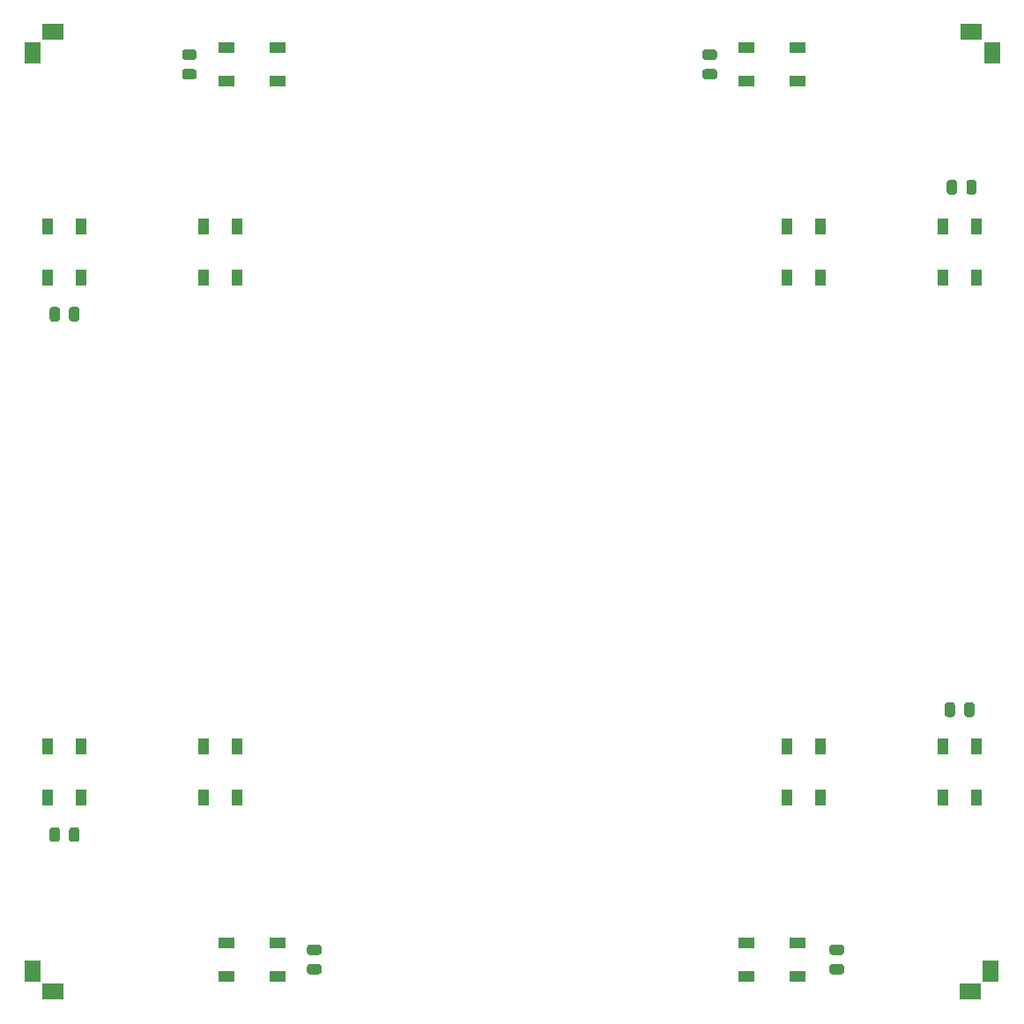
<source format=gbr>
%TF.GenerationSoftware,KiCad,Pcbnew,(5.1.6)-1*%
%TF.CreationDate,2020-10-21T23:40:19+01:00*%
%TF.ProjectId,nyantern,6e79616e-7465-4726-9e2e-6b696361645f,rev?*%
%TF.SameCoordinates,Original*%
%TF.FileFunction,Paste,Top*%
%TF.FilePolarity,Positive*%
%FSLAX46Y46*%
G04 Gerber Fmt 4.6, Leading zero omitted, Abs format (unit mm)*
G04 Created by KiCad (PCBNEW (5.1.6)-1) date 2020-10-21 23:40:19*
%MOMM*%
%LPD*%
G01*
G04 APERTURE LIST*
%ADD10R,1.500000X2.000000*%
%ADD11R,2.000000X1.500000*%
%ADD12R,1.000000X1.500000*%
%ADD13R,1.500000X1.000000*%
G04 APERTURE END LIST*
D10*
%TO.C,REF\u002A\u002A*%
X196000000Y-144100000D03*
%TD*%
D11*
%TO.C,REF\u002A\u002A*%
X194000000Y-146100000D03*
%TD*%
%TO.C,REF\u002A\u002A*%
X105900000Y-146100000D03*
%TD*%
D10*
%TO.C,REF\u002A\u002A*%
X103900000Y-144100000D03*
%TD*%
D11*
%TO.C,REF\u002A\u002A*%
X194100000Y-53900000D03*
%TD*%
D10*
%TO.C,REF\u002A\u002A*%
X196100000Y-55900000D03*
%TD*%
%TO.C,REF\u002A\u002A*%
X103900000Y-55900000D03*
%TD*%
D11*
%TO.C,REF\u002A\u002A*%
X105900000Y-53900000D03*
%TD*%
D12*
%TO.C,D8*%
X120400000Y-77450000D03*
X123600000Y-77450000D03*
X120400000Y-72550000D03*
X123600000Y-72550000D03*
%TD*%
%TO.C,D7*%
X120400000Y-127450000D03*
X123600000Y-127450000D03*
X120400000Y-122550000D03*
X123600000Y-122550000D03*
%TD*%
%TO.C,D4*%
X179600000Y-122550000D03*
X176400000Y-122550000D03*
X179600000Y-127450000D03*
X176400000Y-127450000D03*
%TD*%
%TO.C,D3*%
X179600000Y-72550000D03*
X176400000Y-72550000D03*
X179600000Y-77450000D03*
X176400000Y-77450000D03*
%TD*%
%TO.C,C8*%
G36*
G01*
X106550000Y-80543750D02*
X106550000Y-81456250D01*
G75*
G02*
X106306250Y-81700000I-243750J0D01*
G01*
X105818750Y-81700000D01*
G75*
G02*
X105575000Y-81456250I0J243750D01*
G01*
X105575000Y-80543750D01*
G75*
G02*
X105818750Y-80300000I243750J0D01*
G01*
X106306250Y-80300000D01*
G75*
G02*
X106550000Y-80543750I0J-243750D01*
G01*
G37*
G36*
G01*
X108425000Y-80543750D02*
X108425000Y-81456250D01*
G75*
G02*
X108181250Y-81700000I-243750J0D01*
G01*
X107693750Y-81700000D01*
G75*
G02*
X107450000Y-81456250I0J243750D01*
G01*
X107450000Y-80543750D01*
G75*
G02*
X107693750Y-80300000I243750J0D01*
G01*
X108181250Y-80300000D01*
G75*
G02*
X108425000Y-80543750I0J-243750D01*
G01*
G37*
%TD*%
%TO.C,C7*%
G36*
G01*
X106550000Y-130543750D02*
X106550000Y-131456250D01*
G75*
G02*
X106306250Y-131700000I-243750J0D01*
G01*
X105818750Y-131700000D01*
G75*
G02*
X105575000Y-131456250I0J243750D01*
G01*
X105575000Y-130543750D01*
G75*
G02*
X105818750Y-130300000I243750J0D01*
G01*
X106306250Y-130300000D01*
G75*
G02*
X106550000Y-130543750I0J-243750D01*
G01*
G37*
G36*
G01*
X108425000Y-130543750D02*
X108425000Y-131456250D01*
G75*
G02*
X108181250Y-131700000I-243750J0D01*
G01*
X107693750Y-131700000D01*
G75*
G02*
X107450000Y-131456250I0J243750D01*
G01*
X107450000Y-130543750D01*
G75*
G02*
X107693750Y-130300000I243750J0D01*
G01*
X108181250Y-130300000D01*
G75*
G02*
X108425000Y-130543750I0J-243750D01*
G01*
G37*
%TD*%
%TO.C,C6*%
G36*
G01*
X130543750Y-143450000D02*
X131456250Y-143450000D01*
G75*
G02*
X131700000Y-143693750I0J-243750D01*
G01*
X131700000Y-144181250D01*
G75*
G02*
X131456250Y-144425000I-243750J0D01*
G01*
X130543750Y-144425000D01*
G75*
G02*
X130300000Y-144181250I0J243750D01*
G01*
X130300000Y-143693750D01*
G75*
G02*
X130543750Y-143450000I243750J0D01*
G01*
G37*
G36*
G01*
X130543750Y-141575000D02*
X131456250Y-141575000D01*
G75*
G02*
X131700000Y-141818750I0J-243750D01*
G01*
X131700000Y-142306250D01*
G75*
G02*
X131456250Y-142550000I-243750J0D01*
G01*
X130543750Y-142550000D01*
G75*
G02*
X130300000Y-142306250I0J243750D01*
G01*
X130300000Y-141818750D01*
G75*
G02*
X130543750Y-141575000I243750J0D01*
G01*
G37*
%TD*%
%TO.C,C5*%
G36*
G01*
X180743750Y-143450000D02*
X181656250Y-143450000D01*
G75*
G02*
X181900000Y-143693750I0J-243750D01*
G01*
X181900000Y-144181250D01*
G75*
G02*
X181656250Y-144425000I-243750J0D01*
G01*
X180743750Y-144425000D01*
G75*
G02*
X180500000Y-144181250I0J243750D01*
G01*
X180500000Y-143693750D01*
G75*
G02*
X180743750Y-143450000I243750J0D01*
G01*
G37*
G36*
G01*
X180743750Y-141575000D02*
X181656250Y-141575000D01*
G75*
G02*
X181900000Y-141818750I0J-243750D01*
G01*
X181900000Y-142306250D01*
G75*
G02*
X181656250Y-142550000I-243750J0D01*
G01*
X180743750Y-142550000D01*
G75*
G02*
X180500000Y-142306250I0J243750D01*
G01*
X180500000Y-141818750D01*
G75*
G02*
X180743750Y-141575000I243750J0D01*
G01*
G37*
%TD*%
%TO.C,C4*%
G36*
G01*
X193450000Y-119456250D02*
X193450000Y-118543750D01*
G75*
G02*
X193693750Y-118300000I243750J0D01*
G01*
X194181250Y-118300000D01*
G75*
G02*
X194425000Y-118543750I0J-243750D01*
G01*
X194425000Y-119456250D01*
G75*
G02*
X194181250Y-119700000I-243750J0D01*
G01*
X193693750Y-119700000D01*
G75*
G02*
X193450000Y-119456250I0J243750D01*
G01*
G37*
G36*
G01*
X191575000Y-119456250D02*
X191575000Y-118543750D01*
G75*
G02*
X191818750Y-118300000I243750J0D01*
G01*
X192306250Y-118300000D01*
G75*
G02*
X192550000Y-118543750I0J-243750D01*
G01*
X192550000Y-119456250D01*
G75*
G02*
X192306250Y-119700000I-243750J0D01*
G01*
X191818750Y-119700000D01*
G75*
G02*
X191575000Y-119456250I0J243750D01*
G01*
G37*
%TD*%
%TO.C,C3*%
G36*
G01*
X193650000Y-69256250D02*
X193650000Y-68343750D01*
G75*
G02*
X193893750Y-68100000I243750J0D01*
G01*
X194381250Y-68100000D01*
G75*
G02*
X194625000Y-68343750I0J-243750D01*
G01*
X194625000Y-69256250D01*
G75*
G02*
X194381250Y-69500000I-243750J0D01*
G01*
X193893750Y-69500000D01*
G75*
G02*
X193650000Y-69256250I0J243750D01*
G01*
G37*
G36*
G01*
X191775000Y-69256250D02*
X191775000Y-68343750D01*
G75*
G02*
X192018750Y-68100000I243750J0D01*
G01*
X192506250Y-68100000D01*
G75*
G02*
X192750000Y-68343750I0J-243750D01*
G01*
X192750000Y-69256250D01*
G75*
G02*
X192506250Y-69500000I-243750J0D01*
G01*
X192018750Y-69500000D01*
G75*
G02*
X191775000Y-69256250I0J243750D01*
G01*
G37*
%TD*%
%TO.C,C2*%
G36*
G01*
X169456250Y-56550000D02*
X168543750Y-56550000D01*
G75*
G02*
X168300000Y-56306250I0J243750D01*
G01*
X168300000Y-55818750D01*
G75*
G02*
X168543750Y-55575000I243750J0D01*
G01*
X169456250Y-55575000D01*
G75*
G02*
X169700000Y-55818750I0J-243750D01*
G01*
X169700000Y-56306250D01*
G75*
G02*
X169456250Y-56550000I-243750J0D01*
G01*
G37*
G36*
G01*
X169456250Y-58425000D02*
X168543750Y-58425000D01*
G75*
G02*
X168300000Y-58181250I0J243750D01*
G01*
X168300000Y-57693750D01*
G75*
G02*
X168543750Y-57450000I243750J0D01*
G01*
X169456250Y-57450000D01*
G75*
G02*
X169700000Y-57693750I0J-243750D01*
G01*
X169700000Y-58181250D01*
G75*
G02*
X169456250Y-58425000I-243750J0D01*
G01*
G37*
%TD*%
%TO.C,C1*%
G36*
G01*
X119456250Y-56550000D02*
X118543750Y-56550000D01*
G75*
G02*
X118300000Y-56306250I0J243750D01*
G01*
X118300000Y-55818750D01*
G75*
G02*
X118543750Y-55575000I243750J0D01*
G01*
X119456250Y-55575000D01*
G75*
G02*
X119700000Y-55818750I0J-243750D01*
G01*
X119700000Y-56306250D01*
G75*
G02*
X119456250Y-56550000I-243750J0D01*
G01*
G37*
G36*
G01*
X119456250Y-58425000D02*
X118543750Y-58425000D01*
G75*
G02*
X118300000Y-58181250I0J243750D01*
G01*
X118300000Y-57693750D01*
G75*
G02*
X118543750Y-57450000I243750J0D01*
G01*
X119456250Y-57450000D01*
G75*
G02*
X119700000Y-57693750I0J-243750D01*
G01*
X119700000Y-58181250D01*
G75*
G02*
X119456250Y-58425000I-243750J0D01*
G01*
G37*
%TD*%
%TO.C,D8*%
X108600000Y-72550000D03*
X105400000Y-72550000D03*
X108600000Y-77450000D03*
X105400000Y-77450000D03*
%TD*%
%TO.C,D7*%
X108600000Y-122550000D03*
X105400000Y-122550000D03*
X108600000Y-127450000D03*
X105400000Y-127450000D03*
%TD*%
D13*
%TO.C,D6*%
X122550000Y-141400000D03*
X122550000Y-144600000D03*
X127450000Y-141400000D03*
X127450000Y-144600000D03*
%TD*%
%TO.C,D5*%
X172550000Y-141400000D03*
X172550000Y-144600000D03*
X177450000Y-141400000D03*
X177450000Y-144600000D03*
%TD*%
D12*
%TO.C,D4*%
X191400000Y-127450000D03*
X194600000Y-127450000D03*
X191400000Y-122550000D03*
X194600000Y-122550000D03*
%TD*%
%TO.C,D3*%
X191400000Y-77450000D03*
X194600000Y-77450000D03*
X191400000Y-72550000D03*
X194600000Y-72550000D03*
%TD*%
D13*
%TO.C,D2*%
X177450000Y-58600000D03*
X177450000Y-55400000D03*
X172550000Y-58600000D03*
X172550000Y-55400000D03*
%TD*%
%TO.C,D1*%
X127450000Y-58600000D03*
X127450000Y-55400000D03*
X122550000Y-58600000D03*
X122550000Y-55400000D03*
%TD*%
M02*

</source>
